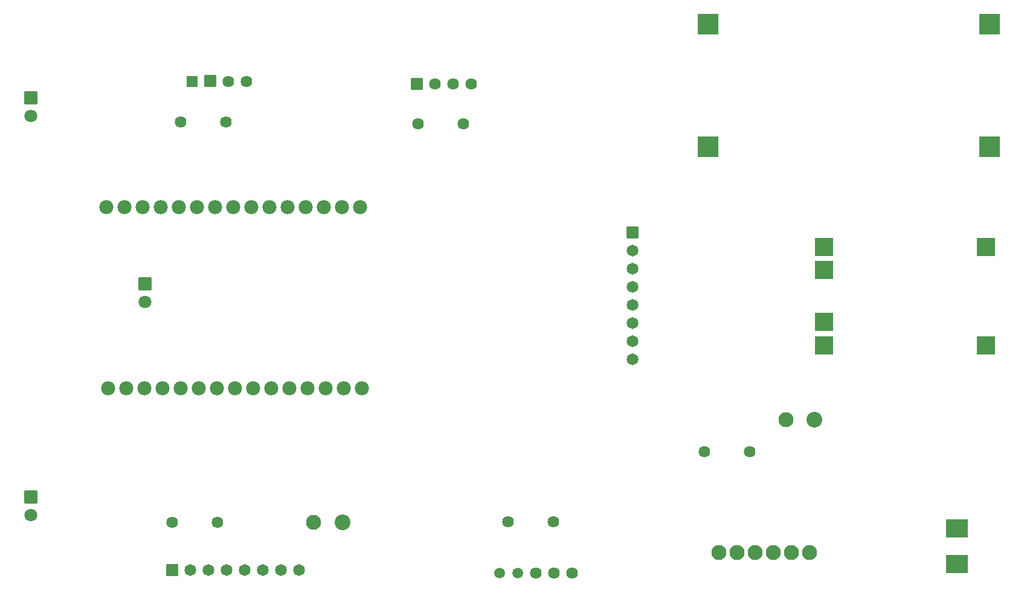
<source format=gts>
G04 Layer: TopSolderMaskLayer*
G04 EasyEDA v6.5.23, 2023-06-11 23:43:22*
G04 2b95388b78af4998b8b99e231a31c8e7,07531b1ef0a74d2492736d9a14bc6988,10*
G04 Gerber Generator version 0.2*
G04 Scale: 100 percent, Rotated: No, Reflected: No *
G04 Dimensions in millimeters *
G04 leading zeros omitted , absolute positions ,4 integer and 5 decimal *
%FSLAX45Y45*%
%MOMM*%

%AMMACRO1*1,1,$1,$2,$3*1,1,$1,$4,$5*1,1,$1,0-$2,0-$3*1,1,$1,0-$4,0-$5*20,1,$1,$2,$3,$4,$5,0*20,1,$1,$4,$5,0-$2,0-$3,0*20,1,$1,0-$2,0-$3,0-$4,0-$5,0*20,1,$1,0-$4,0-$5,$2,$3,0*4,1,4,$2,$3,$4,$5,0-$2,0-$3,0-$4,0-$5,$2,$3,0*%
%ADD10MACRO1,0.1016X-0.762X-0.762X-0.762X0.762*%
%ADD11C,1.6256*%
%ADD12C,1.9812*%
%ADD13MACRO1,0.102X0.77X0.77X0.77X-0.77*%
%ADD14C,1.6420*%
%ADD15C,1.5016*%
%ADD16MACRO1,0.2032X1.2X-1.2X-1.2X-1.2*%
%ADD17MACRO1,0.1X1.4X-1.4X-1.4X-1.4*%
%ADD18MACRO1,0.102X-0.77X0.77X0.77X0.77*%
%ADD19MACRO1,0.1016X-1.5X-1.2X-1.5X1.2*%
%ADD20C,2.1016*%
%ADD21C,2.2032*%
%ADD22C,1.8016*%
%ADD23MACRO1,0.1016X-0.85X0.85X0.85X0.85*%
%ADD24R,1.6256X1.6256*%

%LPD*%
D10*
G01*
X6870598Y4178401D03*
D11*
G01*
X7124598Y4178401D03*
G01*
X7378598Y4178401D03*
G01*
X7632598Y4178401D03*
D12*
G01*
X2539898Y-88798D03*
G01*
X2793898Y-88798D03*
G01*
X3047898Y-88798D03*
G01*
X3301898Y-88798D03*
G01*
X3555898Y-88798D03*
G01*
X4825898Y-88798D03*
G01*
X4571898Y-88798D03*
G01*
X4317898Y-88798D03*
G01*
X4063898Y-88798D03*
G01*
X3809898Y-88798D03*
G01*
X6095898Y-88798D03*
G01*
X5841898Y-88798D03*
G01*
X5587898Y-88798D03*
G01*
X5333898Y-88798D03*
G01*
X5079898Y-88798D03*
G01*
X5054498Y2451201D03*
G01*
X5308498Y2451201D03*
G01*
X5562498Y2451201D03*
G01*
X5816498Y2451201D03*
G01*
X6070498Y2451201D03*
G01*
X3784498Y2451201D03*
G01*
X4038498Y2451201D03*
G01*
X4292498Y2451201D03*
G01*
X4546498Y2451201D03*
G01*
X4800498Y2451201D03*
G01*
X3530498Y2451201D03*
G01*
X3276498Y2451201D03*
G01*
X3022498Y2451201D03*
G01*
X2768498Y2451201D03*
G01*
X2514498Y2451201D03*
D13*
G01*
X9893198Y2095601D03*
D14*
G01*
X9893198Y1841601D03*
G01*
X9893198Y1587601D03*
G01*
X9893198Y1333601D03*
G01*
X9893198Y1079601D03*
G01*
X9893198Y825601D03*
G01*
X9893198Y571601D03*
G01*
X9893198Y317601D03*
D15*
G01*
X8026298Y-2679598D03*
G01*
X8280298Y-2679598D03*
D11*
G01*
X8534298Y-2679598D03*
G01*
X8788298Y-2679598D03*
G01*
X9042298Y-2679598D03*
D16*
G01*
X12575006Y1569194D03*
G01*
X12574998Y839101D03*
G01*
X12575001Y1889102D03*
G01*
X14844999Y1891002D03*
G01*
X12574998Y510999D03*
G01*
X14844999Y512899D03*
D17*
G01*
X10947298Y5016599D03*
G01*
X14897100Y5016601D03*
G01*
X10947298Y3302000D03*
G01*
X14897100Y3302000D03*
D18*
G01*
X3441598Y-2641498D03*
D14*
G01*
X3695598Y-2641498D03*
G01*
X3949598Y-2641498D03*
G01*
X4203598Y-2641498D03*
G01*
X4457598Y-2641498D03*
G01*
X4711598Y-2641498D03*
G01*
X4965598Y-2641498D03*
G01*
X5219598Y-2641498D03*
D19*
G01*
X14442297Y-2553698D03*
G01*
X14442297Y-2053699D03*
D11*
G01*
X3555898Y3645001D03*
G01*
X4190898Y3645001D03*
G01*
X7518298Y3619601D03*
G01*
X6883298Y3619601D03*
G01*
X3441598Y-1968398D03*
G01*
X4076598Y-1968398D03*
G01*
X8146999Y-1962099D03*
G01*
X8781999Y-1962099D03*
D20*
G01*
X12042698Y-533298D03*
D21*
G01*
X12442697Y-533298D03*
D20*
G01*
X5425998Y-1968398D03*
D21*
G01*
X5825997Y-1968398D03*
D11*
G01*
X11531498Y-977798D03*
G01*
X10896498Y-977798D03*
D22*
G01*
X3060598Y1117701D03*
D23*
G01*
X3060599Y1371700D03*
D22*
G01*
X1460398Y-1866798D03*
D23*
G01*
X1460399Y-1612799D03*
D24*
G01*
X3721100Y4216400D03*
D11*
G01*
X3975100Y4216400D03*
G01*
X4229100Y4216400D03*
G01*
X4483100Y4216400D03*
D22*
G01*
X1460500Y3733800D03*
D23*
G01*
X1460501Y3987798D03*
D20*
G01*
X11099800Y-2387600D03*
G01*
X11353800Y-2387600D03*
G01*
X11607800Y-2387600D03*
G01*
X11861800Y-2387600D03*
G01*
X12115800Y-2387600D03*
G01*
X12369800Y-2387600D03*
D10*
G01*
X3974998Y4216501D03*
D23*
G01*
X10947350Y5016549D03*
G01*
X10947299Y3301998D03*
G01*
X14897101Y5016600D03*
G01*
X14897101Y3301998D03*
M02*

</source>
